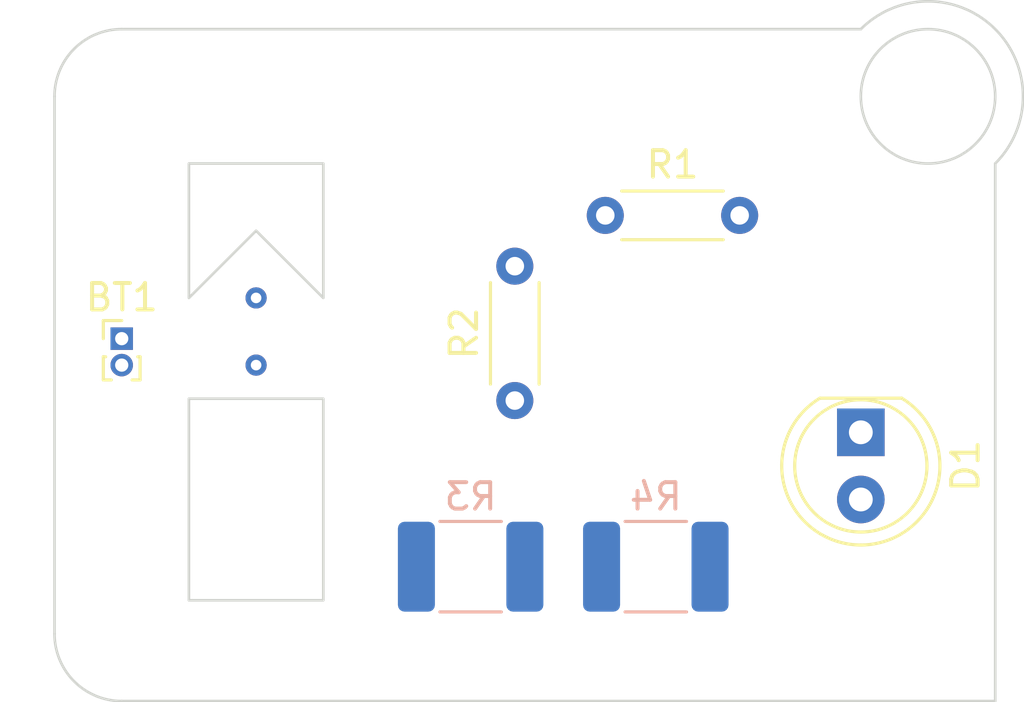
<source format=kicad_pcb>
(kicad_pcb (version 20221018) (generator pcbnew)
  (layers (0 "F.Cu" signal) (31 "B.Cu" signal) (34 "B.Paste" user) (35 "F.Paste" user) (36 "B.SilkS" user "B.Silkscreen") (37 "F.SilkS" user "F.Silkscreen") (38 "B.Mask" user) (39 "F.Mask" user) (44 "Edge.Cuts" user))
  (net 0 "")
  (net 1 "Net-(D1-K)")
  (net 2 "Net-(D1-A)")
  (net 3 "Net-(BT1-+)")
  (net 4 "Net-(R1-Pad2)")
  (net 5 "Net-(BT1--)")
  (net 6 "Net-(R3-Pad2)")
  (footprint "Resistor_THT:R_Axial_DIN0204_L3.6mm_D1.6mm_P5.08mm_Horizontal" (layer "F.Cu") (at 119 75 90)
    (fp_text reference "R2" (at 2.54 -1.92 90) (layer "F.SilkS"))
    (fp_text value "R")
    (fp_line (start 0.62 -0.92) (end 4.46 -0.92) (stroke (width 0.12)) (layer "F.SilkS"))
    (fp_line (start 0.62 0.92) (end 4.46 0.92) (stroke (width 0.12)) (layer "F.SilkS"))
    (pad "1" thru_hole circle (at 0 0 90) (size 1.4 1.4) (drill 0.7) (layers "*.Cu" "*.Mask") (net 4 "Net-(R1-Pad2)"))
    (pad "2" thru_hole oval (at 5.08 0 90) (size 1.4 1.4) (drill 0.7) (layers "*.Cu" "*.Mask") (net 2 "Net-(D1-A)"))
  )
  (footprint "LED_THT:LED_D5.0mm" (layer "F.Cu") (at 132.08 76.2 -90)
    (fp_text reference "D1" (at 1.27 -3.96 90) (layer "F.SilkS"))
    (fp_text value "LED")
    (fp_line (start -1.29 -1.545) (end -1.29 1.545) (stroke (width 0.12)) (layer "F.SilkS"))
    (fp_arc (start -1.29 -1.54483) (mid 2.072002 -2.880433) (end 4.26 0.000462) (stroke (width 0.12)) (layer "F.SilkS"))
    (fp_arc (start 4.26 -0.000462) (mid 2.072002 2.880433) (end -1.29 1.54483) (stroke (width 0.12)) (layer "F.SilkS"))
    (fp_circle (center 1.27 0) (end 3.77 0) (stroke (width 0.12)) (fill none) (layer "F.SilkS"))
    (pad "1" thru_hole rect (at 0 0 270) (size 1.8 1.8) (drill 0.9) (layers "*.Cu" "*.Mask") (net 1 "Net-(D1-K)"))
    (pad "2" thru_hole circle (at 2.54 0 270) (size 1.8 1.8) (drill 0.9) (layers "*.Cu" "*.Mask") (net 2 "Net-(D1-A)"))
  )
  (footprint "Resistor_THT:R_Axial_DIN0204_L3.6mm_D1.6mm_P5.08mm_Horizontal" (layer "F.Cu") (at 122.42 68)
    (fp_text reference "R1" (at 2.54 -1.92) (layer "F.SilkS"))
    (fp_text value "R")
    (fp_line (start 0.62 -0.92) (end 4.46 -0.92) (stroke (width 0.12)) (layer "F.SilkS"))
    (fp_line (start 0.62 0.92) (end 4.46 0.92) (stroke (width 0.12)) (layer "F.SilkS"))
    (pad "1" thru_hole circle (at 0 0) (size 1.4 1.4) (drill 0.7) (layers "*.Cu" "*.Mask") (net 3 "Net-(BT1-+)"))
    (pad "2" thru_hole oval (at 5.08 0) (size 1.4 1.4) (drill 0.7) (layers "*.Cu" "*.Mask") (net 4 "Net-(R1-Pad2)"))
  )
  (footprint "Connector_PinHeader_1.00mm:PinHeader_1x02_P1.00mm_Vertical" (layer "F.Cu") (at 104.14 72.66)
    (fp_text reference "BT1" (at 0 -1.56) (layer "F.SilkS"))
    (fp_text value "Battery_Cell")
    (fp_line (start -0.695 -0.685) (end 0 -0.685) (stroke (width 0.12)) (layer "F.SilkS"))
    (fp_line (start -0.695 0) (end -0.695 -0.685) (stroke (width 0.12)) (layer "F.SilkS"))
    (fp_line (start -0.695 0.685) (end -0.695 1.56) (stroke (width 0.12)) (layer "F.SilkS"))
    (fp_line (start -0.695 0.685) (end -0.608276 0.685) (stroke (width 0.12)) (layer "F.SilkS"))
    (fp_line (start -0.695 1.56) (end -0.394493 1.56) (stroke (width 0.12)) (layer "F.SilkS"))
    (fp_line (start 0.394493 1.56) (end 0.695 1.56) (stroke (width 0.12)) (layer "F.SilkS"))
    (fp_line (start 0.608276 0.685) (end 0.695 0.685) (stroke (width 0.12)) (layer "F.SilkS"))
    (fp_line (start 0.695 0.685) (end 0.695 1.56) (stroke (width 0.12)) (layer "F.SilkS"))
    (pad "1" thru_hole rect (at 0 0) (size 0.85 0.85) (drill 0.5) (layers "*.Cu" "*.Mask") (net 3 "Net-(BT1-+)"))
    (pad "2" thru_hole oval (at 0 1) (size 0.85 0.85) (drill 0.5) (layers "*.Cu" "*.Mask") (net 5 "Net-(BT1--)"))
  )
  (footprint "Capacitor_SMD:C_1812_4532Metric" (layer "B.Cu") (at 124.33 81.28 180)
    (fp_text reference "R4" (at 0 2.65) (layer "B.SilkS") (effects (justify mirror)))
    (fp_text value "R")
    (fp_line (start -1.161252 -1.71) (end 1.161252 -1.71) (stroke (width 0.12)) (layer "B.SilkS"))
    (fp_line (start -1.161252 1.71) (end 1.161252 1.71) (stroke (width 0.12)) (layer "B.SilkS"))
    (pad "1" smd roundrect (at -2.05 0 180) (size 1.4 3.4) (layers "B.Cu" "B.Paste" "B.Mask") (roundrect_rratio 0.178571) (net 6 "Net-(R3-Pad2)"))
    (pad "2" smd roundrect (at 2.05 0 180) (size 1.4 3.4) (layers "B.Cu" "B.Paste" "B.Mask") (roundrect_rratio 0.178571) (net 1 "Net-(D1-K)"))
  )
  (footprint "Capacitor_SMD:C_1812_4532Metric" (layer "B.Cu") (at 117.33 81.28 180)
    (fp_text reference "R3" (at 0 2.65) (layer "B.SilkS") (effects (justify mirror)))
    (fp_text value "R")
    (fp_line (start -1.161252 -1.71) (end 1.161252 -1.71) (stroke (width 0.12)) (layer "B.SilkS"))
    (fp_line (start -1.161252 1.71) (end 1.161252 1.71) (stroke (width 0.12)) (layer "B.SilkS"))
    (pad "1" smd roundrect (at -2.05 0 180) (size 1.4 3.4) (layers "B.Cu" "B.Paste" "B.Mask") (roundrect_rratio 0.178571) (net 5 "Net-(BT1--)"))
    (pad "2" smd roundrect (at 2.05 0 180) (size 1.4 3.4) (layers "B.Cu" "B.Paste" "B.Mask") (roundrect_rratio 0.178571) (net 6 "Net-(R3-Pad2)"))
  )
  (gr_line (start 101.6 63.5) (end 101.6 83.82) (stroke (width 0.1)) (layer "Edge.Cuts"))
  (gr_rect (start 106.68 74.93) (end 111.76 82.55) (stroke (width 0.1)) (fill none) (layer "Edge.Cuts"))
  (gr_poly (pts (xy 106.68 71.12) (xy 109.22 68.58) (xy 111.76 71.12) (xy 111.76 66.04) (xy 106.68 66.04)) (stroke (width 0.1)) (fill none) (layer "Edge.Cuts"))
  (gr_line (start 137.16 86.36) (end 137.16 66.04) (stroke (width 0.1)) (layer "Edge.Cuts"))
  (gr_line (start 104.14 86.36) (end 137.16 86.36) (stroke (width 0.1)) (layer "Edge.Cuts"))
  (gr_arc (start 132.08 60.96) (mid 137.16 60.96) (end 137.16 66.04) (stroke (width 0.1)) (layer "Edge.Cuts"))
  (gr_arc (start 104.14 86.36) (mid 102.343949 85.616051) (end 101.6 83.82) (stroke (width 0.1)) (layer "Edge.Cuts"))
  (gr_line (start 132.08 60.96) (end 104.14 60.96) (stroke (width 0.1)) (layer "Edge.Cuts"))
  (gr_circle (center 134.62 63.5) (end 134.62 66.04) (stroke (width 0.1)) (fill none) (layer "Edge.Cuts"))
  (gr_arc (start 101.6 63.5) (mid 102.343949 61.703949) (end 104.14 60.96) (stroke (width 0.1)) (layer "Edge.Cuts"))
  (via (at 109.22 73.66) (size 0.8) (drill 0.4) (layers "F.Cu" "B.Cu") (net 0))
  (via (at 109.22 71.12) (size 0.8) (drill 0.4) (layers "F.Cu" "B.Cu") (net 0))
)
</source>
